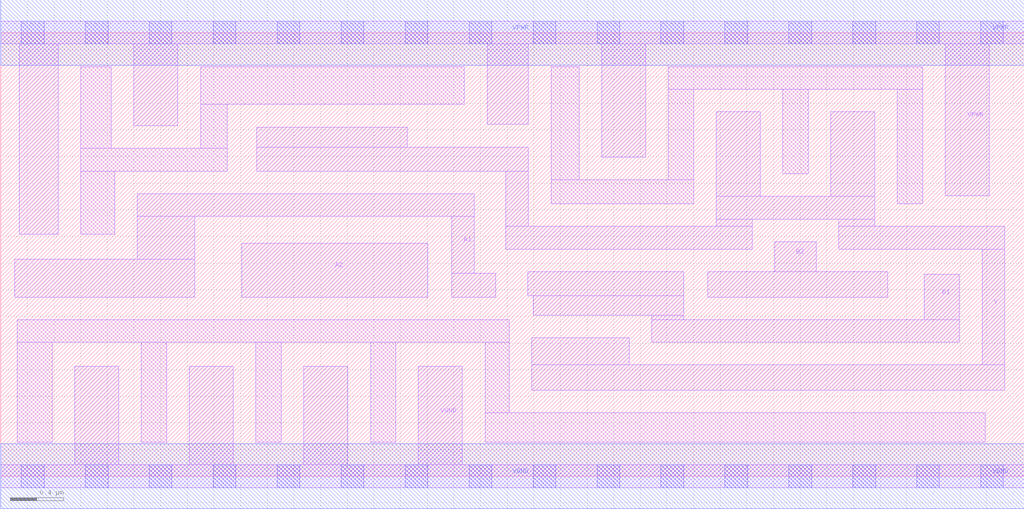
<source format=lef>
# Copyright 2020 The SkyWater PDK Authors
#
# Licensed under the Apache License, Version 2.0 (the "License");
# you may not use this file except in compliance with the License.
# You may obtain a copy of the License at
#
#     https://www.apache.org/licenses/LICENSE-2.0
#
# Unless required by applicable law or agreed to in writing, software
# distributed under the License is distributed on an "AS IS" BASIS,
# WITHOUT WARRANTIES OR CONDITIONS OF ANY KIND, either express or implied.
# See the License for the specific language governing permissions and
# limitations under the License.
#
# SPDX-License-Identifier: Apache-2.0

VERSION 5.7 ;
  NAMESCASESENSITIVE ON ;
  NOWIREEXTENSIONATPIN ON ;
  DIVIDERCHAR "/" ;
  BUSBITCHARS "[]" ;
UNITS
  DATABASE MICRONS 200 ;
END UNITS
MACRO sky130_fd_sc_lp__o22ai_4
  CLASS CORE ;
  SOURCE USER ;
  FOREIGN sky130_fd_sc_lp__o22ai_4 ;
  ORIGIN  0.000000  0.000000 ;
  SIZE  7.680000 BY  3.330000 ;
  SYMMETRY X Y R90 ;
  SITE unit ;
  PIN A1
    ANTENNAGATEAREA  1.260000 ;
    DIRECTION INPUT ;
    USE SIGNAL ;
    PORT
      LAYER li1 ;
        RECT 0.105000 1.345000 1.455000 1.630000 ;
        RECT 1.025000 1.630000 1.455000 1.950000 ;
        RECT 1.025000 1.950000 3.555000 2.120000 ;
        RECT 3.385000 1.345000 3.715000 1.525000 ;
        RECT 3.385000 1.525000 3.555000 1.950000 ;
    END
  END A1
  PIN A2
    ANTENNAGATEAREA  1.260000 ;
    DIRECTION INPUT ;
    USE SIGNAL ;
    PORT
      LAYER li1 ;
        RECT 1.810000 1.345000 3.205000 1.750000 ;
    END
  END A2
  PIN B1
    ANTENNAGATEAREA  1.260000 ;
    DIRECTION INPUT ;
    USE SIGNAL ;
    PORT
      LAYER li1 ;
        RECT 3.955000 1.355000 5.125000 1.535000 ;
        RECT 3.995000 1.210000 5.125000 1.355000 ;
        RECT 4.885000 1.005000 7.195000 1.175000 ;
        RECT 4.885000 1.175000 5.125000 1.210000 ;
        RECT 6.930000 1.175000 7.195000 1.515000 ;
    END
  END B1
  PIN B2
    ANTENNAGATEAREA  1.260000 ;
    DIRECTION INPUT ;
    USE SIGNAL ;
    PORT
      LAYER li1 ;
        RECT 5.305000 1.345000 6.655000 1.535000 ;
        RECT 5.810000 1.535000 6.120000 1.760000 ;
    END
  END B2
  PIN Y
    ANTENNADIFFAREA  2.352000 ;
    DIRECTION OUTPUT ;
    USE SIGNAL ;
    PORT
      LAYER li1 ;
        RECT 1.920000 2.290000 3.960000 2.470000 ;
        RECT 1.920000 2.470000 3.050000 2.620000 ;
        RECT 3.790000 1.705000 5.640000 1.875000 ;
        RECT 3.790000 1.875000 3.960000 2.290000 ;
        RECT 3.985000 0.645000 7.535000 0.835000 ;
        RECT 3.985000 0.835000 4.715000 1.040000 ;
        RECT 5.370000 1.875000 5.640000 1.930000 ;
        RECT 5.370000 1.930000 6.560000 2.100000 ;
        RECT 5.370000 2.100000 5.700000 2.735000 ;
        RECT 6.230000 2.100000 6.560000 2.735000 ;
        RECT 6.290000 1.705000 7.535000 1.875000 ;
        RECT 6.290000 1.875000 6.560000 1.930000 ;
        RECT 7.365000 0.835000 7.535000 1.705000 ;
    END
  END Y
  PIN VGND
    DIRECTION INOUT ;
    USE GROUND ;
    PORT
      LAYER li1 ;
        RECT 0.000000 -0.085000 7.680000 0.085000 ;
        RECT 0.555000  0.085000 0.885000 0.825000 ;
        RECT 1.415000  0.085000 1.745000 0.825000 ;
        RECT 2.275000  0.085000 2.605000 0.825000 ;
        RECT 3.135000  0.085000 3.465000 0.825000 ;
      LAYER mcon ;
        RECT 0.155000 -0.085000 0.325000 0.085000 ;
        RECT 0.635000 -0.085000 0.805000 0.085000 ;
        RECT 1.115000 -0.085000 1.285000 0.085000 ;
        RECT 1.595000 -0.085000 1.765000 0.085000 ;
        RECT 2.075000 -0.085000 2.245000 0.085000 ;
        RECT 2.555000 -0.085000 2.725000 0.085000 ;
        RECT 3.035000 -0.085000 3.205000 0.085000 ;
        RECT 3.515000 -0.085000 3.685000 0.085000 ;
        RECT 3.995000 -0.085000 4.165000 0.085000 ;
        RECT 4.475000 -0.085000 4.645000 0.085000 ;
        RECT 4.955000 -0.085000 5.125000 0.085000 ;
        RECT 5.435000 -0.085000 5.605000 0.085000 ;
        RECT 5.915000 -0.085000 6.085000 0.085000 ;
        RECT 6.395000 -0.085000 6.565000 0.085000 ;
        RECT 6.875000 -0.085000 7.045000 0.085000 ;
        RECT 7.355000 -0.085000 7.525000 0.085000 ;
      LAYER met1 ;
        RECT 0.000000 -0.245000 7.680000 0.245000 ;
    END
  END VGND
  PIN VPWR
    DIRECTION INOUT ;
    USE POWER ;
    PORT
      LAYER li1 ;
        RECT 0.000000 3.245000 7.680000 3.415000 ;
        RECT 0.140000 1.815000 0.430000 3.245000 ;
        RECT 1.000000 2.630000 1.330000 3.245000 ;
        RECT 3.650000 2.640000 3.960000 3.245000 ;
        RECT 4.510000 2.395000 4.840000 3.245000 ;
        RECT 7.090000 2.105000 7.420000 3.245000 ;
      LAYER mcon ;
        RECT 0.155000 3.245000 0.325000 3.415000 ;
        RECT 0.635000 3.245000 0.805000 3.415000 ;
        RECT 1.115000 3.245000 1.285000 3.415000 ;
        RECT 1.595000 3.245000 1.765000 3.415000 ;
        RECT 2.075000 3.245000 2.245000 3.415000 ;
        RECT 2.555000 3.245000 2.725000 3.415000 ;
        RECT 3.035000 3.245000 3.205000 3.415000 ;
        RECT 3.515000 3.245000 3.685000 3.415000 ;
        RECT 3.995000 3.245000 4.165000 3.415000 ;
        RECT 4.475000 3.245000 4.645000 3.415000 ;
        RECT 4.955000 3.245000 5.125000 3.415000 ;
        RECT 5.435000 3.245000 5.605000 3.415000 ;
        RECT 5.915000 3.245000 6.085000 3.415000 ;
        RECT 6.395000 3.245000 6.565000 3.415000 ;
        RECT 6.875000 3.245000 7.045000 3.415000 ;
        RECT 7.355000 3.245000 7.525000 3.415000 ;
      LAYER met1 ;
        RECT 0.000000 3.085000 7.680000 3.575000 ;
    END
  END VPWR
  OBS
    LAYER li1 ;
      RECT 0.125000 0.255000 0.385000 1.005000 ;
      RECT 0.125000 1.005000 3.815000 1.175000 ;
      RECT 0.600000 1.815000 0.855000 2.290000 ;
      RECT 0.600000 2.290000 1.700000 2.460000 ;
      RECT 0.600000 2.460000 0.830000 3.075000 ;
      RECT 1.055000 0.255000 1.245000 1.005000 ;
      RECT 1.500000 2.460000 1.700000 2.790000 ;
      RECT 1.500000 2.790000 3.480000 3.075000 ;
      RECT 1.915000 0.255000 2.105000 1.005000 ;
      RECT 2.775000 0.255000 2.965000 1.005000 ;
      RECT 3.635000 0.255000 7.390000 0.475000 ;
      RECT 3.635000 0.475000 3.815000 1.005000 ;
      RECT 4.130000 2.045000 5.200000 2.225000 ;
      RECT 4.130000 2.225000 4.340000 3.075000 ;
      RECT 5.010000 2.225000 5.200000 2.905000 ;
      RECT 5.010000 2.905000 6.920000 3.075000 ;
      RECT 5.870000 2.270000 6.060000 2.905000 ;
      RECT 6.730000 2.045000 6.920000 2.905000 ;
  END
END sky130_fd_sc_lp__o22ai_4

</source>
